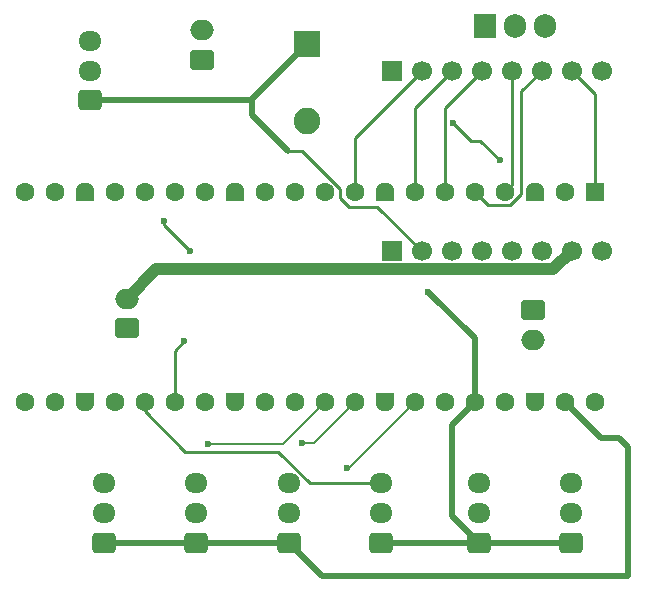
<source format=gbr>
%TF.GenerationSoftware,KiCad,Pcbnew,9.0.4*%
%TF.CreationDate,2025-10-15T08:51:35-06:00*%
%TF.ProjectId,Sumo_RapsPico,53756d6f-5f52-4617-9073-5069636f2e6b,rev?*%
%TF.SameCoordinates,Original*%
%TF.FileFunction,Copper,L1,Top*%
%TF.FilePolarity,Positive*%
%FSLAX46Y46*%
G04 Gerber Fmt 4.6, Leading zero omitted, Abs format (unit mm)*
G04 Created by KiCad (PCBNEW 9.0.4) date 2025-10-15 08:51:35*
%MOMM*%
%LPD*%
G01*
G04 APERTURE LIST*
G04 Aperture macros list*
%AMRoundRect*
0 Rectangle with rounded corners*
0 $1 Rounding radius*
0 $2 $3 $4 $5 $6 $7 $8 $9 X,Y pos of 4 corners*
0 Add a 4 corners polygon primitive as box body*
4,1,4,$2,$3,$4,$5,$6,$7,$8,$9,$2,$3,0*
0 Add four circle primitives for the rounded corners*
1,1,$1+$1,$2,$3*
1,1,$1+$1,$4,$5*
1,1,$1+$1,$6,$7*
1,1,$1+$1,$8,$9*
0 Add four rect primitives between the rounded corners*
20,1,$1+$1,$2,$3,$4,$5,0*
20,1,$1+$1,$4,$5,$6,$7,0*
20,1,$1+$1,$6,$7,$8,$9,0*
20,1,$1+$1,$8,$9,$2,$3,0*%
%AMFreePoly0*
4,1,37,0.603843,0.796157,0.639018,0.796157,0.711114,0.766294,0.766294,0.711114,0.796157,0.639018,0.796157,0.603843,0.800000,0.600000,0.800000,-0.600000,0.796157,-0.603843,0.796157,-0.639018,0.766294,-0.711114,0.711114,-0.766294,0.639018,-0.796157,0.603843,-0.796157,0.600000,-0.800000,0.000000,-0.800000,0.000000,-0.796148,-0.078414,-0.796148,-0.232228,-0.765552,-0.377117,-0.705537,
-0.507515,-0.618408,-0.618408,-0.507515,-0.705537,-0.377117,-0.765552,-0.232228,-0.796148,-0.078414,-0.796148,0.078414,-0.765552,0.232228,-0.705537,0.377117,-0.618408,0.507515,-0.507515,0.618408,-0.377117,0.705537,-0.232228,0.765552,-0.078414,0.796148,0.000000,0.796148,0.000000,0.800000,0.600000,0.800000,0.603843,0.796157,0.603843,0.796157,$1*%
%AMFreePoly1*
4,1,37,0.000000,0.796148,0.078414,0.796148,0.232228,0.765552,0.377117,0.705537,0.507515,0.618408,0.618408,0.507515,0.705537,0.377117,0.765552,0.232228,0.796148,0.078414,0.796148,-0.078414,0.765552,-0.232228,0.705537,-0.377117,0.618408,-0.507515,0.507515,-0.618408,0.377117,-0.705537,0.232228,-0.765552,0.078414,-0.796148,0.000000,-0.796148,0.000000,-0.800000,-0.600000,-0.800000,
-0.603843,-0.796157,-0.639018,-0.796157,-0.711114,-0.766294,-0.766294,-0.711114,-0.796157,-0.639018,-0.796157,-0.603843,-0.800000,-0.600000,-0.800000,0.600000,-0.796157,0.603843,-0.796157,0.639018,-0.766294,0.711114,-0.711114,0.766294,-0.639018,0.796157,-0.603843,0.796157,-0.600000,0.800000,0.000000,0.800000,0.000000,0.796148,0.000000,0.796148,$1*%
G04 Aperture macros list end*
%TA.AperFunction,ComponentPad*%
%ADD10RoundRect,0.250000X0.750000X-0.600000X0.750000X0.600000X-0.750000X0.600000X-0.750000X-0.600000X0*%
%TD*%
%TA.AperFunction,ComponentPad*%
%ADD11O,2.000000X1.700000*%
%TD*%
%TA.AperFunction,ComponentPad*%
%ADD12RoundRect,0.250000X0.725000X-0.600000X0.725000X0.600000X-0.725000X0.600000X-0.725000X-0.600000X0*%
%TD*%
%TA.AperFunction,ComponentPad*%
%ADD13O,1.950000X1.700000*%
%TD*%
%TA.AperFunction,ComponentPad*%
%ADD14R,2.250000X2.250000*%
%TD*%
%TA.AperFunction,ComponentPad*%
%ADD15C,2.250000*%
%TD*%
%TA.AperFunction,ComponentPad*%
%ADD16RoundRect,0.200000X-0.600000X0.600000X-0.600000X-0.600000X0.600000X-0.600000X0.600000X0.600000X0*%
%TD*%
%TA.AperFunction,ComponentPad*%
%ADD17C,1.600000*%
%TD*%
%TA.AperFunction,ComponentPad*%
%ADD18FreePoly0,270.000000*%
%TD*%
%TA.AperFunction,ComponentPad*%
%ADD19FreePoly1,270.000000*%
%TD*%
%TA.AperFunction,ComponentPad*%
%ADD20R,1.905000X2.000000*%
%TD*%
%TA.AperFunction,ComponentPad*%
%ADD21O,1.905000X2.000000*%
%TD*%
%TA.AperFunction,ComponentPad*%
%ADD22RoundRect,0.250000X-0.750000X0.600000X-0.750000X-0.600000X0.750000X-0.600000X0.750000X0.600000X0*%
%TD*%
%TA.AperFunction,ComponentPad*%
%ADD23R,1.700000X1.700000*%
%TD*%
%TA.AperFunction,ComponentPad*%
%ADD24C,1.700000*%
%TD*%
%TA.AperFunction,ViaPad*%
%ADD25C,0.600000*%
%TD*%
%TA.AperFunction,Conductor*%
%ADD26C,0.250000*%
%TD*%
%TA.AperFunction,Conductor*%
%ADD27C,0.200000*%
%TD*%
%TA.AperFunction,Conductor*%
%ADD28C,0.500000*%
%TD*%
%TA.AperFunction,Conductor*%
%ADD29C,1.000000*%
%TD*%
G04 APERTURE END LIST*
D10*
%TO.P,Source1,1,Pin_1*%
%TO.N,+10V*%
X113145000Y-45760000D03*
D11*
%TO.P,Source1,2,Pin_2*%
%TO.N,GND*%
X113145000Y-43260000D03*
%TD*%
D12*
%TO.P,S4,1,Pin_1*%
%TO.N,+5V*%
X104890000Y-86650000D03*
D13*
%TO.P,S4,2,Pin_2*%
%TO.N,GND*%
X104890000Y-84150000D03*
%TO.P,S4,3,Pin_3*%
%TO.N,Net-(S4-Pin_3)*%
X104890000Y-81650000D03*
%TD*%
D12*
%TO.P,S6,1,Pin_1*%
%TO.N,+5V*%
X120490000Y-86650000D03*
D13*
%TO.P,S6,2,Pin_2*%
%TO.N,GND*%
X120490000Y-84150000D03*
%TO.P,S6,3,Pin_3*%
%TO.N,Net-(S6-Pin_3)*%
X120490000Y-81650000D03*
%TD*%
D14*
%TO.P,SW1,1,1*%
%TO.N,+3.3V*%
X122070000Y-44440000D03*
D15*
%TO.P,SW1,2,2*%
%TO.N,Net-(A1-GPIO16)*%
X122070000Y-50940000D03*
%TD*%
D16*
%TO.P,A1,1,GPIO0*%
%TO.N,/PWMB*%
X146420000Y-56990000D03*
D17*
%TO.P,A1,2,GPIO1*%
%TO.N,/PWMA*%
X143880000Y-56990000D03*
D18*
%TO.P,A1,3,GND*%
%TO.N,GND*%
X141340000Y-56990000D03*
D17*
%TO.P,A1,4,GPIO2*%
%TO.N,/MB1*%
X138800000Y-56990000D03*
%TO.P,A1,5,GPIO3*%
%TO.N,/MB2*%
X136260000Y-56990000D03*
%TO.P,A1,6,GPIO4*%
%TO.N,/Stby*%
X133720000Y-56990000D03*
%TO.P,A1,7,GPIO5*%
%TO.N,/MA2*%
X131180000Y-56990000D03*
D18*
%TO.P,A1,8,GND*%
%TO.N,GND*%
X128640000Y-56990000D03*
D17*
%TO.P,A1,9,GPIO6*%
%TO.N,/MA1*%
X126100000Y-56990000D03*
%TO.P,A1,10,GPIO7*%
%TO.N,unconnected-(A1-GPIO7-Pad10)*%
X123560000Y-56990000D03*
%TO.P,A1,11,GPIO8*%
%TO.N,unconnected-(A1-GPIO8-Pad11)*%
X121020000Y-56990000D03*
%TO.P,A1,12,GPIO9*%
%TO.N,unconnected-(A1-GPIO9-Pad12)*%
X118480000Y-56990000D03*
D18*
%TO.P,A1,13,GND*%
%TO.N,GND*%
X115940000Y-56990000D03*
D17*
%TO.P,A1,14,GPIO10*%
%TO.N,unconnected-(A1-GPIO10-Pad14)*%
X113400000Y-56990000D03*
%TO.P,A1,15,GPIO11*%
%TO.N,unconnected-(A1-GPIO11-Pad15)*%
X110860000Y-56990000D03*
%TO.P,A1,16,GPIO12*%
%TO.N,unconnected-(A1-GPIO12-Pad16)*%
X108320000Y-56990000D03*
%TO.P,A1,17,GPIO13*%
%TO.N,unconnected-(A1-GPIO13-Pad17)*%
X105780000Y-56990000D03*
D18*
%TO.P,A1,18,GND*%
%TO.N,GND*%
X103240000Y-56990000D03*
D17*
%TO.P,A1,19,GPIO14*%
%TO.N,unconnected-(A1-GPIO14-Pad19)*%
X100700000Y-56990000D03*
%TO.P,A1,20,GPIO15*%
%TO.N,unconnected-(A1-GPIO15-Pad20)*%
X98160000Y-56990000D03*
%TO.P,A1,21,GPIO16*%
%TO.N,Net-(A1-GPIO16)*%
X98160000Y-74770000D03*
%TO.P,A1,22,GPIO17*%
%TO.N,unconnected-(A1-GPIO17-Pad22)*%
X100700000Y-74770000D03*
D19*
%TO.P,A1,23,GND*%
%TO.N,GND*%
X103240000Y-74770000D03*
D17*
%TO.P,A1,24,GPIO18*%
%TO.N,unconnected-(A1-GPIO18-Pad24)*%
X105780000Y-74770000D03*
%TO.P,A1,25,GPIO19*%
%TO.N,/S8*%
X108320000Y-74770000D03*
%TO.P,A1,26,GPIO20*%
%TO.N,/S1*%
X110860000Y-74770000D03*
%TO.P,A1,27,GPIO21*%
%TO.N,/S2*%
X113400000Y-74770000D03*
D19*
%TO.P,A1,28,GND*%
%TO.N,GND*%
X115940000Y-74770000D03*
D17*
%TO.P,A1,29,GPIO22*%
%TO.N,/S3*%
X118480000Y-74770000D03*
%TO.P,A1,30,RUN*%
%TO.N,unconnected-(A1-RUN-Pad30)*%
X121020000Y-74770000D03*
%TO.P,A1,31,GPIO26_ADC0*%
%TO.N,/S4*%
X123560000Y-74770000D03*
%TO.P,A1,32,GPIO27_ADC1*%
%TO.N,/S5*%
X126100000Y-74770000D03*
D19*
%TO.P,A1,33,AGND*%
%TO.N,unconnected-(A1-AGND-Pad33)*%
X128640000Y-74770000D03*
D17*
%TO.P,A1,34,GPIO28_ADC2*%
%TO.N,/S6*%
X131180000Y-74770000D03*
%TO.P,A1,35,ADC_VREF*%
%TO.N,unconnected-(A1-ADC_VREF-Pad35)*%
X133720000Y-74770000D03*
%TO.P,A1,36,3V3*%
%TO.N,+3.3V*%
X136260000Y-74770000D03*
%TO.P,A1,37,3V3_EN*%
%TO.N,unconnected-(A1-3V3_EN-Pad37)*%
X138800000Y-74770000D03*
D19*
%TO.P,A1,38,GND*%
%TO.N,GND*%
X141340000Y-74770000D03*
D17*
%TO.P,A1,39,VSYS*%
%TO.N,+5V*%
X143880000Y-74770000D03*
%TO.P,A1,40,VBUS*%
%TO.N,unconnected-(A1-VBUS-Pad40)*%
X146420000Y-74770000D03*
%TD*%
D12*
%TO.P,S5,1,Pin_1*%
%TO.N,+5V*%
X112690000Y-86650000D03*
D13*
%TO.P,S5,2,Pin_2*%
%TO.N,GND*%
X112690000Y-84150000D03*
%TO.P,S5,3,Pin_3*%
%TO.N,Net-(S5-Pin_3)*%
X112690000Y-81650000D03*
%TD*%
D12*
%TO.P,S8,1,Pin_1*%
%TO.N,+3.3V*%
X128290000Y-86650000D03*
D13*
%TO.P,S8,2,Pin_2*%
%TO.N,Net-(S8-Pin_2)*%
X128290000Y-84150000D03*
%TO.P,S8,3,Pin_3*%
%TO.N,/S8*%
X128290000Y-81650000D03*
%TD*%
D12*
%TO.P,S3,1,Pin_1*%
%TO.N,+3.3V*%
X136570000Y-86650000D03*
D13*
%TO.P,S3,2,Pin_2*%
%TO.N,Net-(S3-Pin_2)*%
X136570000Y-84150000D03*
%TO.P,S3,3,Pin_3*%
%TO.N,/S3*%
X136570000Y-81650000D03*
%TD*%
D20*
%TO.P,U2,1,VI*%
%TO.N,+10V*%
X137120000Y-42930000D03*
D21*
%TO.P,U2,2,GND*%
%TO.N,GND*%
X139660000Y-42930000D03*
%TO.P,U2,3,VO*%
%TO.N,+5V*%
X142200000Y-42930000D03*
%TD*%
D12*
%TO.P,S2,1,Pin_1*%
%TO.N,+3.3V*%
X144370000Y-86650000D03*
D13*
%TO.P,S2,2,Pin_2*%
%TO.N,Net-(S2-Pin_2)*%
X144370000Y-84150000D03*
%TO.P,S2,3,Pin_3*%
%TO.N,/S2*%
X144370000Y-81650000D03*
%TD*%
D12*
%TO.P,S1,1,Pin_1*%
%TO.N,+3.3V*%
X103650000Y-49220000D03*
D13*
%TO.P,S1,2,Pin_2*%
%TO.N,Net-(S1-Pin_2)*%
X103650000Y-46720000D03*
%TO.P,S1,3,Pin_3*%
%TO.N,/S1*%
X103650000Y-44220000D03*
%TD*%
D22*
%TO.P,MotoA1,1,Pin_1*%
%TO.N,Net-(J3-Pin_4)*%
X141210000Y-67000000D03*
D11*
%TO.P,MotoA1,2,Pin_2*%
%TO.N,Net-(J3-Pin_5)*%
X141210000Y-69500000D03*
%TD*%
D23*
%TO.P,J4,1,Pin_1*%
%TO.N,/PWMA*%
X129204000Y-46690000D03*
D24*
%TO.P,J4,2,Pin_2*%
%TO.N,/MA1*%
X131744000Y-46740000D03*
%TO.P,J4,3,Pin_3*%
%TO.N,/MA2*%
X134284000Y-46740000D03*
%TO.P,J4,4,Pin_4*%
%TO.N,/Stby*%
X136824000Y-46740000D03*
%TO.P,J4,5,Pin_5*%
%TO.N,/MB1*%
X139364000Y-46740000D03*
%TO.P,J4,6,Pin_6*%
%TO.N,/MB2*%
X141904000Y-46740000D03*
%TO.P,J4,7,Pin_7*%
%TO.N,/PWMB*%
X144444000Y-46740000D03*
%TO.P,J4,8,Pin_8*%
%TO.N,GND*%
X146984000Y-46740000D03*
%TD*%
D23*
%TO.P,J3,1,Pin_1*%
%TO.N,+10V*%
X129204000Y-61980000D03*
D24*
%TO.P,J3,2,Pin_2*%
%TO.N,+3.3V*%
X131744000Y-61980000D03*
%TO.P,J3,3,Pin_3*%
%TO.N,GND*%
X134284000Y-61980000D03*
%TO.P,J3,4,Pin_4*%
%TO.N,Net-(J3-Pin_4)*%
X136824000Y-61980000D03*
%TO.P,J3,5,Pin_5*%
%TO.N,Net-(J3-Pin_5)*%
X139364000Y-61980000D03*
%TO.P,J3,6,Pin_6*%
%TO.N,Net-(J3-Pin_6)*%
X141904000Y-61980000D03*
%TO.P,J3,7,Pin_7*%
%TO.N,Net-(J3-Pin_7)*%
X144444000Y-61980000D03*
%TO.P,J3,8,Pin_8*%
%TO.N,GND*%
X146984000Y-61980000D03*
%TD*%
D10*
%TO.P,MotorB1,1,Pin_1*%
%TO.N,Net-(J3-Pin_6)*%
X106770000Y-68530000D03*
D11*
%TO.P,MotorB1,2,Pin_2*%
%TO.N,Net-(J3-Pin_7)*%
X106770000Y-66030000D03*
%TD*%
D25*
%TO.N,/S6*%
X125440000Y-80360000D03*
%TO.N,/PWMA*%
X138350000Y-54280000D03*
X134415000Y-51145000D03*
%TO.N,/S5*%
X121590000Y-78240000D03*
%TO.N,/S4*%
X113630000Y-78330000D03*
%TO.N,+3.3V*%
X132320000Y-65400000D03*
%TO.N,/S1*%
X112110000Y-61940000D03*
X109940000Y-59420000D03*
X111670000Y-69590000D03*
%TD*%
D26*
%TO.N,/S8*%
X111756000Y-78956000D02*
X108320000Y-75520000D01*
X108320000Y-75520000D02*
X108320000Y-74770000D01*
X122284000Y-81650000D02*
X119590000Y-78956000D01*
X119590000Y-78956000D02*
X111756000Y-78956000D01*
X128290000Y-81650000D02*
X122284000Y-81650000D01*
X128290000Y-81650000D02*
X128290000Y-81380000D01*
%TO.N,+3.3V*%
X124849000Y-56686595D02*
X121642405Y-53480000D01*
X121642405Y-53480000D02*
X120470000Y-53480000D01*
X128010000Y-58246000D02*
X125586818Y-58246000D01*
X124849000Y-57508182D02*
X124849000Y-56686595D01*
X131744000Y-61980000D02*
X128010000Y-58246000D01*
X125586818Y-58246000D02*
X124849000Y-57508182D01*
%TO.N,/PWMA*%
X135910000Y-52640000D02*
X136710000Y-52640000D01*
X134415000Y-51145000D02*
X135910000Y-52640000D01*
X136710000Y-52640000D02*
X138350000Y-54280000D01*
D27*
%TO.N,/S6*%
X125440000Y-80360000D02*
X125590000Y-80360000D01*
X125590000Y-80360000D02*
X131180000Y-74770000D01*
D26*
%TO.N,/MA2*%
X134304000Y-46740000D02*
X131180000Y-49864000D01*
X131180000Y-49864000D02*
X131180000Y-56990000D01*
D27*
%TO.N,/S5*%
X122630000Y-78240000D02*
X126100000Y-74770000D01*
X121590000Y-78240000D02*
X122630000Y-78240000D01*
D26*
%TO.N,/PWMB*%
X146420000Y-48696000D02*
X144464000Y-46740000D01*
X146420000Y-56990000D02*
X146420000Y-48696000D01*
D27*
%TO.N,/S4*%
X120000000Y-78330000D02*
X123560000Y-74770000D01*
X113630000Y-78330000D02*
X120000000Y-78330000D01*
D28*
%TO.N,+3.3V*%
X136570000Y-86650000D02*
X134310000Y-84390000D01*
X136260000Y-74770000D02*
X136260000Y-69340000D01*
X136570000Y-86650000D02*
X144370000Y-86650000D01*
X120470000Y-53480000D02*
X117415000Y-50425000D01*
X134310000Y-84390000D02*
X134310000Y-76720000D01*
X134310000Y-76720000D02*
X136260000Y-74770000D01*
X128290000Y-86650000D02*
X136570000Y-86650000D01*
X136260000Y-69340000D02*
X132320000Y-65400000D01*
X117415000Y-50425000D02*
X117415000Y-49095000D01*
X122070000Y-44440000D02*
X117415000Y-49095000D01*
X117415000Y-49095000D02*
X117290000Y-49220000D01*
X117290000Y-49220000D02*
X103650000Y-49220000D01*
D26*
%TO.N,/S1*%
X111670000Y-69590000D02*
X110860000Y-70400000D01*
X109940000Y-59420000D02*
X109940000Y-59770000D01*
X109940000Y-59770000D02*
X112110000Y-61940000D01*
X110860000Y-70400000D02*
X110860000Y-74770000D01*
%TO.N,/MB1*%
X139384000Y-56406000D02*
X138800000Y-56990000D01*
X139384000Y-46740000D02*
X139384000Y-56406000D01*
D28*
%TO.N,+5V*%
X123320000Y-89480000D02*
X149220000Y-89480000D01*
X149220000Y-89480000D02*
X149220000Y-78530000D01*
X104890000Y-86650000D02*
X112690000Y-86650000D01*
X120490000Y-86650000D02*
X123320000Y-89480000D01*
X149220000Y-78530000D02*
X148490000Y-77800000D01*
X112690000Y-86650000D02*
X120490000Y-86650000D01*
X146910000Y-77800000D02*
X143880000Y-74770000D01*
X148490000Y-77800000D02*
X146910000Y-77800000D01*
D26*
%TO.N,/MB2*%
X140209000Y-57173405D02*
X140209000Y-48455000D01*
X137386000Y-58116000D02*
X139266405Y-58116000D01*
X140209000Y-48455000D02*
X141924000Y-46740000D01*
X136260000Y-56990000D02*
X137386000Y-58116000D01*
X139266405Y-58116000D02*
X140209000Y-57173405D01*
%TO.N,/MA1*%
X131764000Y-46740000D02*
X126100000Y-52404000D01*
X126100000Y-52404000D02*
X126100000Y-56990000D01*
%TO.N,/Stby*%
X136844000Y-46740000D02*
X133720000Y-49864000D01*
X133720000Y-49864000D02*
X133720000Y-56990000D01*
D29*
%TO.N,Net-(J3-Pin_7)*%
X142893000Y-63531000D02*
X144444000Y-61980000D01*
X106770000Y-66030000D02*
X109269000Y-63531000D01*
X109269000Y-63531000D02*
X142893000Y-63531000D01*
%TD*%
M02*

</source>
